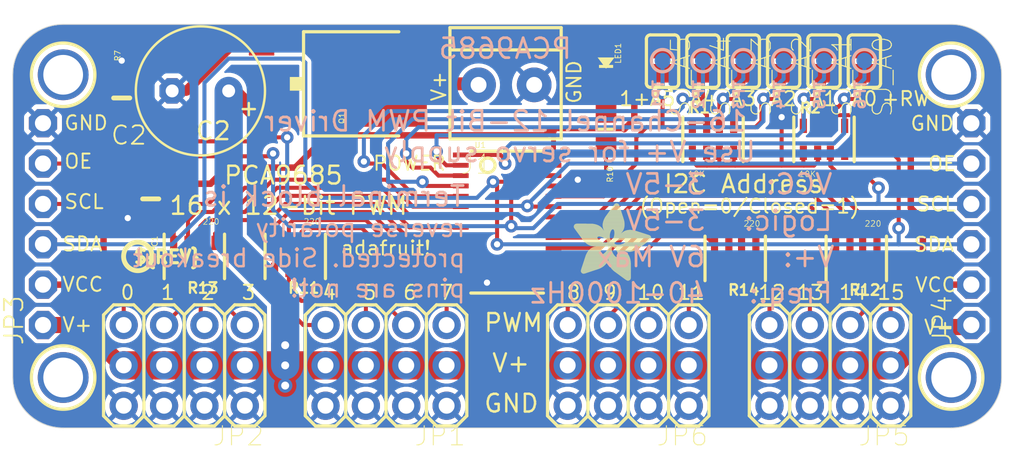
<source format=kicad_pcb>
(kicad_pcb (version 20221018) (generator pcbnew)
  (layers (0 "F.Cu" signal) (31 "B.Cu" signal) (34 "B.Paste" user) (35 "F.Paste" user) (36 "B.SilkS" user "B.Silkscreen") (37 "F.SilkS" user "F.Silkscreen") (38 "B.Mask" user) (39 "F.Mask" user) (44 "Edge.Cuts" user))
  (net 0 "")
  (net 1 "PWM0")
  (net 2 "PWM1")
  (net 3 "PWM2")
  (net 4 "PWM3")
  (net 5 "PWM4")
  (net 6 "PWM5")
  (net 7 "PWM6")
  (net 8 "PWM7")
  (net 9 "PWM8")
  (net 10 "PWM9")
  (net 11 "PWM10")
  (net 12 "PWM11")
  (net 13 "PWM12")
  (net 14 "PWM13")
  (net 15 "PWM14")
  (net 16 "PWM15")
  (net 17 "5.0V")
  (net 18 "GND")
  (net 19 "A0")
  (net 20 "A1")
  (net 21 "A2")
  (net 22 "A3")
  (net 23 "A4")
  (net 24 "A5")
  (net 25 "VCC")
  (net 26 "OE")
  (net 27 "SCL")
  (net 28 "SDA")
  (net 29 "PWRIN")
  (net 30 "N$1")
  (net 31 "N$2")
  (net 32 "N$3")
  (net 33 "N$4")
  (net 34 "N$5")
  (net 35 "N$6")
  (net 36 "N$7")
  (net 37 "N$8")
  (net 38 "N$9")
  (net 39 "N$10")
  (net 40 "N$11")
  (net 41 "N$12")
  (net 42 "N$13")
  (net 43 "N$14")
  (net 44 "N$15")
  (net 45 "N$16")
  (net 46 "N$17")
  (footprint "working:RESPACK_4X0603" (layer "F.Cu") (at 168.4401 99.5426)
    (fp_text reference "R2")
    (fp_text value "10K")
  )
  (footprint "working:RESPACK_4X0603" (layer "F.Cu") (at 162.8521 107.0356 180)
    (fp_text reference "R14")
    (fp_text value "220")
  )
  (footprint "working:1X06-CLEANBIG" (layer "F.Cu") (at 119.2911 104.8766 90)
    (fp_text reference "JP3")
    (fp_text value "")
  )
  (footprint "working:TO252" (layer "F.Cu") (at 137.8461 96.0486 -90)
    (fp_text reference "Q1")
    (fp_text value "AOD417")
  )
  (footprint "working:SOLDERJUMPER_REFLOW_NOPASTE" (layer "F.Cu") (at 163.3601 94.6216 -90)
    (fp_text reference "SJ_A3")
    (fp_text value "")
  )
  (footprint "working:ADAFRUIT_5MM" (layer "F.Cu") (at 152.6921 108.4326)
    (fp_text reference "U$51" hide)
    (fp_text value "" hide)
  )
  (footprint "working:MOUNTINGHOLE_2.5_PLATED" (layer "F.Cu") (at 120.5611 95.4786)
    (fp_text reference "U$47" hide)
    (fp_text value "MOUNTINGHOLE2.5" hide)
  )
  (footprint "working:FIDUCIAL_1MM" (layer "F.Cu") (at 128.4341 93.8546)
    (fp_text reference "FID2" hide)
    (fp_text value "FIDUCIAL\"\"" hide)
  )
  (footprint "working:PCBFEAT-REV-040" (layer "F.Cu") (at 125.2601 106.9086)
    (fp_text reference "U$54" hide)
    (fp_text value "" hide)
  )
  (footprint "working:RESPACK_4X0603" (layer "F.Cu") (at 128.8161 106.9086 180)
    (fp_text reference "R13")
    (fp_text value "220")
  )
  (footprint "working:SOLDERJUMPER_REFLOW_NOPASTE" (layer "F.Cu") (at 160.8201 94.6216 -90)
    (fp_text reference "SJ_A4")
    (fp_text value "")
  )
  (footprint "working:SOLDERJUMPER_REFLOW_NOPASTE" (layer "F.Cu") (at 158.2801 94.6216 -90)
    (fp_text reference "SJ_A5")
    (fp_text value "")
  )
  (footprint "working:3X04" (layer "F.Cu") (at 168.8211 113.7666 180)
    (fp_text reference "JP5")
    (fp_text value "")
  )
  (footprint "working:0805-NO" (layer "F.Cu") (at 126.0696 103.2891 -90)
    (fp_text reference "C1")
    (fp_text value "10uF")
  )
  (footprint "working:1X06-CLEANBIG" (layer "F.Cu") (at 177.7111 104.8766 90)
    (fp_text reference "JP4")
    (fp_text value "")
  )
  (footprint "working:RESPACK_4X0603" (layer "F.Cu") (at 135.1661 106.9086 180)
    (fp_text reference "R11")
    (fp_text value "220")
  )
  (footprint "working:RESPACK_4X0603" (layer "F.Cu") (at 161.4551 99.5426)
    (fp_text reference "R1")
    (fp_text value "10K")
  )
  (footprint "working:SOLDERJUMPER_REFLOW_NOPASTE" (layer "F.Cu") (at 168.4401 94.6216 -90)
    (fp_text reference "SJ_A1")
    (fp_text value "")
  )
  (footprint "working:3X04" (layer "F.Cu") (at 128.1811 113.7666 180)
    (fp_text reference "JP2")
    (fp_text value "")
  )
  (footprint "working:3X04" (layer "F.Cu") (at 140.8811 113.7666 180)
    (fp_text reference "JP1")
    (fp_text value "")
  )
  (footprint "working:MOUNTINGHOLE_2.5_PLATED" (layer "F.Cu") (at 120.5611 114.5286)
    (fp_text reference "U$48" hide)
    (fp_text value "MOUNTINGHOLE2.5" hide)
  )
  (footprint "working:3X04" (layer "F.Cu") (at 156.1211 113.7666 180)
    (fp_text reference "JP6")
    (fp_text value "")
  )
  (footprint "working:E3,5-8" (layer "F.Cu") (at 129.1971 96.4946 180)
    (fp_text reference "C2")
    (fp_text value "")
  )
  (footprint "working:SOLDERJUMPER_REFLOW_NOPASTE" (layer "F.Cu") (at 170.9801 94.6216 -90)
    (fp_text reference "SJ_A0")
    (fp_text value "")
  )
  (footprint "working:MOUNTINGHOLE_2.5_PLATED" (layer "F.Cu") (at 176.4411 95.4786)
    (fp_text reference "U$49" hide)
    (fp_text value "MOUNTINGHOLE2.5" hide)
  )
  (footprint "working:_0805MP" (layer "F.Cu") (at 154.7241 98.9076 -90)
    (fp_text reference "R10")
    (fp_text value "470")
  )
  (footprint "working:TERMBLOCK_1X2-3.5MM" (layer "F.Cu") (at 148.5011 96.1136 180)
    (fp_text reference "J1")
    (fp_text value "" hide)
  )
  (footprint "working:0805-NO" (layer "F.Cu") (at 124.2441 96.9391 90)
    (fp_text reference "R7")
    (fp_text value "10K")
  )
  (footprint "working:TSSOP28" (layer "F.Cu") (at 148.5011 104.7496 -90)
    (fp_text reference "U1")
    (fp_text value "PCA9685")
  )
  (footprint "working:RESPACK_4X0603" (layer "F.Cu") (at 170.4721 107.0356 180)
    (fp_text reference "R12")
    (fp_text value "220")
  )
  (footprint "working:MOUNTINGHOLE_2.5_PLATED" (layer "F.Cu") (at 176.4411 114.5286)
    (fp_text reference "U$50" hide)
    (fp_text value "MOUNTINGHOLE2.5" hide)
  )
  (footprint "working:SOLDERJUMPER_REFLOW_NOPASTE" (layer "F.Cu") (at 165.9001 94.6216 -90)
    (fp_text reference "SJ_A2")
    (fp_text value "")
  )
  (footprint "working:CHIPLED_0805_NOOUTLINE" (layer "F.Cu") (at 154.7241 94.7166 180)
    (fp_text reference "LED1")
    (fp_text value "GREEN")
  )
  (footprint "working:FIDUCIAL_1MM" (layer "F.Cu") (at 162.4561 116.3386)
    (fp_text reference "FID1" hide)
    (fp_text value "FIDUCIAL\"\"" hide)
  )
  (footprint "working:TESTPOINT_ROUND_1MM" (layer "B.Cu") (at 160.8201 94.5896 -90)
    (fp_text reference "TP2")
    (fp_text value "")
  )
  (footprint "working:TESTPOINT_ROUND_1MM" (layer "B.Cu") (at 165.9001 94.5896 -90)
    (fp_text reference "TP4")
    (fp_text value "")
  )
  (footprint "working:TESTPOINT_ROUND_1MM" (layer "B.Cu") (at 168.4401 94.5896 -90)
    (fp_text reference "TP5")
    (fp_text value "")
  )
  (footprint "working:TESTPOINT_ROUND_1MM" (layer "B.Cu") (at 170.9801 94.5896 -90)
    (fp_text reference "TP6")
    (fp_text value "")
  )
  (footprint "working:TESTPOINT_ROUND_1MM" (layer "B.Cu") (at 163.3601 94.5896 -90)
    (fp_text reference "TP3")
    (fp_text value "")
  )
  (footprint "working:TESTPOINT_ROUND_1MM" (layer "B.Cu") (at 158.2801 94.5896 -90)
    (fp_text reference "TP1")
    (fp_text value "")
  )
  (gr_line (start 179.6161 95.4786) (end 179.6161 114.5286) (stroke (width 0.05)) (layer "Edge.Cuts"))
  (gr_arc (start 117.3861 95.4786) (mid 118.316036 93.233536) (end 120.5611 92.3036) (stroke (width 0.05)) (layer "Edge.Cuts"))
  (gr_arc (start 176.4411 92.3036) (mid 178.686164 93.233536) (end 179.6161 95.4786) (stroke (width 0.05)) (layer "Edge.Cuts"))
  (gr_line (start 117.3861 114.5286) (end 117.3861 95.4786) (stroke (width 0.05)) (layer "Edge.Cuts"))
  (gr_line (start 120.5611 92.3036) (end 176.4411 92.3036) (stroke (width 0.05)) (layer "Edge.Cuts"))
  (gr_arc (start 179.6161 114.5286) (mid 178.686164 116.773664) (end 176.4411 117.7036) (stroke (width 0.05)) (layer "Edge.Cuts"))
  (gr_line (start 176.4411 117.7036) (end 120.5611 117.7036) (stroke (width 0.05)) (layer "Edge.Cuts"))
  (gr_arc (start 120.5611 117.7036) (mid 118.316036 116.773664) (end 117.3861 114.5286) (stroke (width 0.05)) (layer "Edge.Cuts"))
  (gr_text "VCC:" (at 169.0751 103.0986) (layer "B.SilkS") (effects (font (size 1.251712 1.251712) (thickness 0.170688)) (justify left bottom mirror)))
  (gr_text "Terminal block is" (at 145.9611 103.8606) (layer "B.SilkS") (effects (font (size 1.251712 1.251712) (thickness 0.170688)) (justify left bottom mirror)))
  (gr_text "3-5V" (at 161.0741 103.0986) (layer "B.SilkS") (effects (font (size 1.251712 1.251712) (thickness 0.170688)) (justify left bottom mirror)))
  (gr_text "40-1000Hz" (at 161.0741 109.9566) (layer "B.SilkS") (effects (font (size 1.251712 1.251712) (thickness 0.170688)) (justify left bottom mirror)))
  (gr_text "reverse polarity" (at 145.9611 105.7656) (layer "B.SilkS") (effects (font (size 1.1176 1.1176) (thickness 0.1524)) (justify left bottom mirror)))
  (gr_text "V+:" (at 169.2021 107.6706) (layer "B.SilkS") (effects (font (size 1.251712 1.251712) (thickness 0.170688)) (justify left bottom mirror)))
  (gr_text "protected. Side breakout" (at 145.9611 107.6706) (layer "B.SilkS") (effects (font (size 1.1176 1.1176) (thickness 0.1524)) (justify left bottom mirror)))
  (gr_text "pins are not!" (at 145.9611 109.5756) (layer "B.SilkS") (effects (font (size 1.1176 1.1176) (thickness 0.1524)) (justify left bottom mirror)))
  (gr_text "6V Max" (at 161.0741 107.6706) (layer "B.SilkS") (effects (font (size 1.251712 1.251712) (thickness 0.170688)) (justify left bottom mirror)))
  (gr_text "3-5V" (at 161.0741 105.3846) (layer "B.SilkS") (effects (font (size 1.251712 1.251712) (thickness 0.170688)) (justify left bottom mirror)))
  (gr_text "Freq.:" (at 169.0751 109.9566) (layer "B.SilkS") (effects (font (size 1.251712 1.251712) (thickness 0.170688)) (justify left bottom mirror)))
  (gr_text "PCA9685" (at 148.3741 93.8276) (layer "B.SilkS") (effects (font (size 1.251712 1.251712) (thickness 0.170688)) (justify mirror)))
  (gr_text "Use V+ for servo supply" (at 164.2491 101.0666) (layer "B.SilkS") (effects (font (size 1.251712 1.251712) (thickness 0.170688)) (justify left bottom mirror)))
  (gr_text "Logic:" (at 169.0751 105.3846) (layer "B.SilkS") (effects (font (size 1.251712 1.251712) (thickness 0.170688)) (justify left bottom mirror)))
  (gr_text "16-Channel 12-Bit PWM Driver" (at 148.3741 98.3996) (layer "B.SilkS") (effects (font (size 1.251712 1.251712) (thickness 0.170688)) (justify mirror)))
  (gr_text "VCC" (at 176.8221 108.1786) (layer "F.SilkS") (effects (font (size 0.89408 0.89408) (thickness 0.12192)) (justify right top)))
  (gr_text "V+" (at 147.4691 114.2746) (layer "F.SilkS") (effects (font (size 1.1176 1.1176) (thickness 0.1524)) (justify left bottom)))
  (gr_text "A5" (at 157.3911 97.5106) (layer "F.SilkS") (effects (font (size 0.89408 0.89408) (thickness 0.12192)) (justify left bottom)))
  (gr_text "OE" (at 120.5611 101.4476) (layer "F.SilkS") (effects (font (size 0.89408 0.89408) (thickness 0.12192)) (justify left bottom)))
  (gr_text "1" (at 126.6411 109.7026) (layer "F.SilkS") (effects (font (size 0.89408 0.89408) (thickness 0.12192)) (justify left bottom)))
  (gr_text "SDA" (at 176.6951 105.6386) (layer "F.SilkS") (effects (font (size 0.89408 0.89408) (thickness 0.12192)) (justify right top)))
  (gr_text "C2" (at 128.8161 99.6696) (layer "F.SilkS") (effects (font (size 1.1176 1.1176) (thickness 0.1524)) (justify left bottom)))
  (gr_text "2" (at 129.1811 109.7026) (layer "F.SilkS") (effects (font (size 0.89408 0.89408) (thickness 0.12192)) (justify left bottom)))
  (gr_text "4" (at 136.8011 109.7026) (layer "F.SilkS") (effects (font (size 0.89408 0.89408) (thickness 0.12192)) (justify left bottom)))
  (gr_text "adafruit!" (at 137.9601 106.9086) (layer "F.SilkS") (effects (font (size 0.89408 0.89408) (thickness 0.12192)) (justify left bottom)))
  (gr_text "SCL" (at 120.5611 103.9876) (layer "F.SilkS") (effects (font (size 0.89408 0.89408) (thickness 0.12192)) (justify left bottom)))
  (gr_text "A0" (at 170.0911 97.5106) (layer "F.SilkS") (effects (font (size 0.89408 0.89408) (thickness 0.12192)) (justify left bottom)))
  (gr_text "11" (at 159.1531 109.7026) (layer "F.SilkS") (effects (font (size 0.89408 0.89408) (thickness 0.12192)) (justify left bottom)))
  (gr_text "GND" (at 120.5611 99.0346) (layer "F.SilkS") (effects (font (size 0.89408 0.89408) (thickness 0.12192)) (justify left bottom)))
  (gr_text "1+" (at 155.4861 97.5106) (layer "F.SilkS") (effects (font (size 0.89408 0.89408) (thickness 0.12192)) (justify left bottom)))
  (gr_text "6" (at 141.8811 109.7026) (layer "F.SilkS") (effects (font (size 0.89408 0.89408) (thickness 0.12192)) (justify left bottom)))
  (gr_text "I2C Address" (at 158.2801 103.0036) (layer "F.SilkS") (effects (font (size 1.1176 1.1176) (thickness 0.1524)) (justify left bottom)))
  (gr_text "A2" (at 165.0111 97.5106) (layer "F.SilkS") (effects (font (size 0.89408 0.89408) (thickness 0.12192)) (justify left bottom)))
  (gr_text "V+" (at 176.6951 110.8456) (layer "F.SilkS") (effects (font (size 0.89408 0.89408) (thickness 0.12192)) (justify right top)))
  (gr_text "0" (at 124.1011 109.7026) (layer "F.SilkS") (effects (font (size 0.89408 0.89408) (thickness 0.12192)) (justify left bottom)))
  (gr_text "3" (at 131.7211 109.7026) (layer "F.SilkS") (effects (font (size 0.89408 0.89408) (thickness 0.12192)) (justify left bottom)))
  (gr_text "V+" (at 144.7251 97.2166 90) (layer "F.SilkS") (effects (font (size 0.89408 0.89408) (thickness 0.12192)) (justify left bottom)))
  (gr_text "POWER" (at 139.9921 101.5746) (layer "F.SilkS") (effects (font (size 0.89408 0.89408) (thickness 0.12192)) (justify left bottom)))
  (gr_text "V+" (at 120.4341 111.7346) (layer "F.SilkS") (effects (font (size 0.89408 0.89408) (thickness 0.12192)) (justify left bottom)))
  (gr_text "9" (at 154.4541 109.7026) (layer "F.SilkS") (effects (font (size 0.89408 0.89408) (thickness 0.12192)) (justify left bottom)))
  (gr_text "5" (at 139.3411 109.7026) (layer "F.SilkS") (effects (font (size 0.89408 0.89408) (thickness 0.12192)) (justify left bottom)))
  (gr_text "OE" (at 176.8221 100.5586) (layer "F.SilkS") (effects (font (size 0.89408 0.89408) (thickness 0.12192)) (justify right top)))
  (gr_text "8" (at 152.1681 109.7026) (layer "F.SilkS") (effects (font (size 0.89408 0.89408) (thickness 0.12192)) (justify left bottom)))
  (gr_text "(Open=0/Closed=1)" (at 156.7561 104.2736) (layer "F.SilkS") (effects (font (size 0.89408 0.89408) (thickness 0.12192)) (justify left bottom)))
  (gr_text "+RW" (at 171.9961 97.5106) (layer "F.SilkS") (effects (font (size 0.89408 0.89408) (thickness 0.12192)) (justify left bottom)))
  (gr_text "SCL" (at 176.8221 103.0986) (layer "F.SilkS") (effects (font (size 0.89408 0.89408) (thickness 0.12192)) (justify right top)))
  (gr_text "13" (at 166.6461 109.7026) (layer "F.SilkS") (effects (font (size 0.89408 0.89408) (thickness 0.12192)) (justify left bottom)))
  (gr_text "16 x 12-bit PWM" (at 127.1651 104.3686) (layer "F.SilkS") (effects (font (size 1.1176 1.1176) (thickness 0.1524)) (justify left bottom)))
  (gr_text "A1" (at 167.5511 97.5106) (layer "F.SilkS") (effects (font (size 0.89408 0.89408) (thickness 0.12192)) (justify left bottom)))
  (gr_text "14" (at 169.3131 109.7026) (layer "F.SilkS") (effects (font (size 0.89408 0.89408) (thickness 0.12192)) (justify left bottom)))
  (gr_text "GND" (at 153.2341 97.3756 90) (layer "F.SilkS") (effects (font (size 0.89408 0.89408) (thickness 0.12192)) (justify left bottom)))
  (gr_text "15" (at 171.7261 109.7026) (layer "F.SilkS") (effects (font (size 0.89408 0.89408) (thickness 0.12192)) (justify left bottom)))
  (gr_text "GND" (at 146.9611 116.8146) (layer "F.SilkS") (effects (font (size 1.1176 1.1176) (thickness 0.1524)) (justify left bottom)))
  (gr_text "10" (at 156.6131 109.7026) (layer "F.SilkS") (effects (font (size 0.89408 0.89408) (thickness 0.12192)) (justify left bottom)))
  (gr_text "12" (at 164.2331 109.7026) (layer "F.SilkS") (effects (font (size 0.89408 0.89408) (thickness 0.12192)) (justify left bottom)))
  (gr_text "A3" (at 162.4711 97.5106) (layer "F.SilkS") (effects (font (size 0.89408 0.89408) (thickness 0.12192)) (justify left bottom)))
  (gr_text "7" (at 144.1671 109.7026) (layer "F.SilkS") (effects (font (size 0.89408 0.89408) (thickness 0.12192)) (justify left bottom)))
  (gr_text "PWM" (at 146.9611 111.7346) (layer "F.SilkS") (effects (font (size 1.1176 1.1176) (thickness 0.1524)) (justify left bottom)))
  (gr_text "VCC" (at 120.4341 109.1946) (layer "F.SilkS") (effects (font (size 0.89408 0.89408) (thickness 0.12192)) (justify left bottom)))
  (gr_text "PCA9685" (at 130.5941 102.4636) (layer "F.SilkS") (effects (font (size 1.1176 1.1176) (thickness 0.1524)) (justify left bottom)))
  (gr_text "SDA" (at 120.4341 106.6546) (layer "F.SilkS") (effects (font (size 0.89408 0.89408) (thickness 0.12192)) (justify left bottom)))
  (gr_text "GND" (at 176.6951 98.0186) (layer "F.SilkS") (effects (font (size 0.89408 0.89408) (thickness 0.12192)) (justify right top)))
  (gr_text "A4" (at 159.9311 97.5106) (layer "F.SilkS") (effects (font (size 0.89408 0.89408) (thickness 0.12192)) (justify left bottom)))
  (segment (start 140.8811 102.0826) (end 142.5731 103.7746) (width 0.254) (layer "F.Cu") (net 1))
  (segment (start 131.4831 103.0986) (end 131.9911 102.5906) (width 0.254) (layer "F.Cu") (net 1))
  (segment (start 133.2611 102.5906) (end 133.7691 102.0826) (width 0.254) (layer "F.Cu") (net 1))
  (segment (start 131.4831 103.0986) (end 130.2131 103.0986) (width 0.254) (layer "F.Cu") (net 1))
  (segment (start 130.2131 103.0986) (end 129.7051 103.6066) (width 0.254) (layer "F.Cu") (net 1))
  (segment (start 131.9911 102.5906) (end 133.2611 102.5906) (width 0.254) (layer "F.Cu") (net 1))
  (segment (start 129.7051 103.6066) (end 128.4351 103.6066) (width 0.254) (layer "F.Cu") (net 1))
  (segment (start 128.4351 103.6066) (end 127.5161 104.5256) (width 0.254) (layer "F.Cu") (net 1))
  (segment (start 127.5161 104.5256) (end 127.5161 106.0586) (width 0.254) (layer "F.Cu") (net 1))
  (segment (start 133.7691 102.0826) (end 140.8811 102.0826) (width 0.254) (layer "F.Cu") (net 1))
  (segment (start 142.5731 103.7746) (end 145.5833 103.7746) (width 0.254) (layer "F.Cu") (net 1))
  (segment (start 128.4161 104.6416) (end 128.4161 106.0586) (width 0.254) (layer "F.Cu") (net 2))
  (segment (start 140.6271 102.5906) (end 142.4611 104.4246) (width 0.254) (layer "F.Cu") (net 2))
  (segment (start 130.4671 103.6066) (end 129.9591 104.1146) (width 0.254) (layer "F.Cu") (net 2))
  (segment (start 128.9431 104.1146) (end 128.4161 104.6416) (width 0.254) (layer "F.Cu") (net 2))
  (segment (start 133.5151 103.0986) (end 134.0231 102.5906) (width 0.254) (layer "F.Cu") (net 2))
  (segment (start 133.5151 103.0986) (end 132.2451 103.0986) (width 0.254) (layer "F.Cu") (net 2))
  (segment (start 142.4611 104.4246) (end 145.5833 104.4246) (width 0.254) (layer "F.Cu") (net 2))
  (segment (start 132.2451 103.0986) (end 131.7371 103.6066) (width 0.254) (layer "F.Cu") (net 2))
  (segment (start 134.0231 102.5906) (end 140.6271 102.5906) (width 0.254) (layer "F.Cu") (net 2))
  (segment (start 129.9591 104.1146) (end 128.9431 104.1146) (width 0.254) (layer "F.Cu") (net 2))
  (segment (start 131.7371 103.6066) (end 130.4671 103.6066) (width 0.254) (layer "F.Cu") (net 2))
  (segment (start 132.4991 103.6066) (end 131.9911 104.1146) (width 0.254) (layer "F.Cu") (net 3))
  (segment (start 140.3731 103.0986) (end 142.3491 105.0746) (width 0.254) (layer "F.Cu") (net 3))
  (segment (start 129.2161 105.0226) (end 129.2161 106.0586) (width 0.254) (layer "F.Cu") (net 3))
  (segment (start 129.5781 104.6226) (end 129.1971 105.0036) (width 0.254) (layer "F.Cu") (net 3))
  (segment (start 133.7691 103.6066) (end 132.4991 103.6066) (width 0.254) (layer "F.Cu") (net 3))
  (segment (start 134.2771 103.0986) (end 140.3731 103.0986) (width 0.254) (layer "F.Cu") (net 3))
  (segment (start 130.2131 104.6226) (end 129.5781 104.6226) (width 0.254) (layer "F.Cu") (net 3))
  (segment (start 133.7691 103.6066) (end 134.2771 103.0986) (width 0.254) (layer "F.Cu") (net 3))
  (segment (start 129.1971 105.0036) (end 129.2161 105.0226) (width 0.254) (layer "F.Cu") (net 3))
  (segment (start 142.3491 105.0746) (end 145.5833 105.0746) (width 0.254) (layer "F.Cu") (net 3))
  (segment (start 130.7211 104.1146) (end 130.2131 104.6226) (width 0.254) (layer "F.Cu") (net 3))
  (segment (start 131.9911 104.1146) (end 130.7211 104.1146) (width 0.254) (layer "F.Cu") (net 3))
  (segment (start 132.7531 104.1146) (end 132.2451 104.6226) (width 0.254) (layer "F.Cu") (net 4))
  (segment (start 130.9751 104.6226) (end 130.1161 105.4816) (width 0.254) (layer "F.Cu") (net 4))
  (segment (start 134.5311 103.6066) (end 140.1191 103.6066) (width 0.254) (layer "F.Cu") (net 4))
  (segment (start 134.0231 104.1146) (end 132.7531 104.1146) (width 0.254) (layer "F.Cu") (net 4))
  (segment (start 134.0231 104.1146) (end 134.5311 103.6066) (width 0.254) (layer "F.Cu") (net 4))
  (segment (start 140.1191 103.6066) (end 142.2371 105.7246) (width 0.254) (layer "F.Cu") (net 4))
  (segment (start 142.2371 105.7246) (end 145.5833 105.7246) (width 0.254) (layer "F.Cu") (net 4))
  (segment (start 130.1161 105.4816) (end 130.1161 106.0586) (width 0.254) (layer "F.Cu") (net 4))
  (segment (start 132.2451 104.6226) (end 130.9751 104.6226) (width 0.254) (layer "F.Cu") (net 4))
  (segment (start 133.8661 105.0336) (end 134.7851 104.1146) (width 0.254) (layer "F.Cu") (net 5))
  (segment (start 142.1251 106.3746) (end 145.5833 106.3746) (width 0.254) (layer "F.Cu") (net 5))
  (segment (start 139.8651 104.1146) (end 142.1251 106.3746) (width 0.254) (layer "F.Cu") (net 5))
  (segment (start 134.7851 104.1146) (end 139.8651 104.1146) (width 0.254) (layer "F.Cu") (net 5))
  (segment (start 133.8661 106.0586) (end 133.8661 105.0336) (width 0.254) (layer "F.Cu") (net 5))
  (segment (start 134.7661 104.8956) (end 135.0391 104.6226) (width 0.254) (layer "F.Cu") (net 6))
  (segment (start 135.0391 104.6226) (end 139.6111 104.6226) (width 0.254) (layer "F.Cu") (net 6))
  (segment (start 134.7661 106.0586) (end 134.7661 104.8956) (width 0.254) (layer "F.Cu") (net 6))
  (segment (start 142.0131 107.0246) (end 145.5833 107.0246) (width 0.254) (layer "F.Cu") (net 6))
  (segment (start 139.6111 104.6226) (end 142.0131 107.0246) (width 0.254) (layer "F.Cu") (net 6))
  (segment (start 135.5661 105.3656) (end 135.8011 105.1306) (width 0.254) (layer "F.Cu") (net 7))
  (segment (start 135.8011 105.1306) (end 139.3571 105.1306) (width 0.254) (layer "F.Cu") (net 7))
  (segment (start 135.5661 106.0586) (end 135.5661 105.3656) (width 0.254) (layer "F.Cu") (net 7))
  (segment (start 139.3571 105.1306) (end 141.9011 107.6746) (width 0.254) (layer "F.Cu") (net 7))
  (segment (start 141.9011 107.6746) (end 145.5833 107.6746) (width 0.254) (layer "F.Cu") (net 7))
  (segment (start 136.4661 106.1166) (end 136.9441 105.6386) (width 0.254) (layer "F.Cu") (net 8))
  (segment (start 136.4661 106.0586) (end 136.4661 106.1166) (width 0.254) (layer "F.Cu") (net 8))
  (segment (start 141.6621 108.3246) (end 145.5833 108.3246) (width 0.254) (layer "F.Cu") (net 8))
  (segment (start 138.9761 105.6386) (end 141.6621 108.3246) (width 0.254) (layer "F.Cu") (net 8))
  (segment (start 136.9441 105.6386) (end 138.9761 105.6386) (width 0.254) (layer "F.Cu") (net 8))
  (segment (start 158.1531 105.6386) (end 161.0051 105.6386) (width 0.254) (layer "F.Cu") (net 9))
  (segment (start 154.8171 108.9746) (end 158.1531 105.6386) (width 0.254) (layer "F.Cu") (net 9))
  (segment (start 151.4189 108.9746) (end 154.8171 108.9746) (width 0.254) (layer "F.Cu") (net 9))
  (segment (start 161.0051 105.6386) (end 161.5521 106.1856) (width 0.254) (layer "F.Cu") (net 9))
  (segment (start 162.4711 105.5116) (end 162.4711 106.1666) (width 0.254) (layer "F.Cu") (net 10))
  (segment (start 157.8991 105.1306) (end 162.0901 105.1306) (width 0.254) (layer "F.Cu") (net 10))
  (segment (start 151.4189 108.3246) (end 154.7051 108.3246) (width 0.254) (layer "F.Cu") (net 10))
  (segment (start 162.0901 105.1306) (end 162.4711 105.5116) (width 0.254) (layer "F.Cu") (net 10))
  (segment (start 154.7051 108.3246) (end 157.8991 105.1306) (width 0.254) (layer "F.Cu") (net 10))
  (segment (start 162.4711 106.1666) (end 162.4521 106.1856) (width 0.254) (layer "F.Cu") (net 10))
  (segment (start 151.4189 107.6746) (end 154.5931 107.6746) (width 0.254) (layer "F.Cu") (net 11))
  (segment (start 157.6451 104.6226) (end 162.4711 104.6226) (width 0.254) (layer "F.Cu") (net 11))
  (segment (start 163.2331 106.1666) (end 163.2521 106.1856) (width 0.254) (layer "F.Cu") (net 11))
  (segment (start 163.2331 105.3846) (end 163.2331 106.1666) (width 0.254) (layer "F.Cu") (net 11))
  (segment (start 154.5931 107.6746) (end 157.6451 104.6226) (width 0.254) (layer "F.Cu") (net 11))
  (segment (start 162.4711 104.6226) (end 163.2331 105.3846) (width 0.254) (layer "F.Cu") (net 11))
  (segment (start 157.3911 104.1146) (end 162.7251 104.1146) (width 0.254) (layer "F.Cu") (net 12))
  (segment (start 154.4811 107.0246) (end 157.3911 104.1146) (width 0.254) (layer "F.Cu") (net 12))
  (segment (start 164.1221 105.5116) (end 164.1221 106.1556) (width 0.254) (layer "F.Cu") (net 12))
  (segment (start 151.4189 107.0246) (end 154.4811 107.0246) (width 0.254) (layer "F.Cu") (net 12))
  (segment (start 164.1221 106.1556) (end 164.1521 106.1856) (width 0.254) (layer "F.Cu") (net 12))
  (segment (start 162.7251 104.1146) (end 164.1221 105.5116) (width 0.254) (layer "F.Cu") (net 12))
  (segment (start 154.3691 106.3746) (end 157.1371 103.6066) (width 0.254) (layer "F.Cu") (net 13))
  (segment (start 169.2021 105.3846) (end 169.2021 106.1556) (width 0.254) (layer "F.Cu") (net 13))
  (segment (start 157.1371 103.6066) (end 167.4241 103.6066) (width 0.254) (layer "F.Cu") (net 13))
  (segment (start 167.4241 103.6066) (end 169.2021 105.3846) (width 0.254) (layer "F.Cu") (net 13))
  (segment (start 151.4189 106.3746) (end 154.3691 106.3746) (width 0.254) (layer "F.Cu") (net 13))
  (segment (start 169.2021 106.1556) (end 169.1721 106.1856) (width 0.254) (layer "F.Cu") (net 13))
  (segment (start 170.0911 105.3846) (end 170.0911 106.1666) (width 0.254) (layer "F.Cu") (net 14))
  (segment (start 170.0911 106.1666) (end 170.0721 106.1856) (width 0.254) (layer "F.Cu") (net 14))
  (segment (start 151.4189 105.7246) (end 154.2571 105.7246) (width 0.254) (layer "F.Cu") (net 14))
  (segment (start 167.8051 103.0986) (end 170.0911 105.3846) (width 0.254) (layer "F.Cu") (net 14))
  (segment (start 154.2571 105.7246) (end 156.8831 103.0986) (width 0.254) (layer "F.Cu") (net 14))
  (segment (start 156.8831 103.0986) (end 167.8051 103.0986) (width 0.254) (layer "F.Cu") (net 14))
  (segment (start 154.1451 105.0746) (end 156.6291 102.5906) (width 0.254) (layer "F.Cu") (net 15))
  (segment (start 151.4189 105.0746) (end 154.1451 105.0746) (width 0.254) (layer "F.Cu") (net 15))
  (segment (start 170.8531 105.2576) (end 170.8531 106.1666) (width 0.254) (layer "F.Cu") (net 15))
  (segment (start 156.6291 102.5906) (end 168.1861 102.5906) (width 0.254) (layer "F.Cu") (net 15))
  (segment (start 170.8531 106.1666) (end 170.8721 106.1856) (width 0.254) (layer "F.Cu") (net 15))
  (segment (start 168.1861 102.5906) (end 170.8531 105.2576) (width 0.254) (layer "F.Cu") (net 15))
  (segment (start 151.4189 104.4246) (end 154.0331 104.4246) (width 0.254) (layer "F.Cu") (net 16))
  (segment (start 156.3751 102.0826) (end 168.5671 102.0826) (width 0.254) (layer "F.Cu") (net 16))
  (segment (start 154.0331 104.4246) (end 156.3751 102.0826) (width 0.254) (layer "F.Cu") (net 16))
  (segment (start 168.5671 102.0826) (end 171.7421 105.2576) (width 0.254) (layer "F.Cu") (net 16))
  (segment (start 171.7421 106.1556) (end 171.7721 106.1856) (width 0.254) (layer "F.Cu") (net 16))
  (segment (start 171.7421 105.2576) (end 171.7421 106.1556) (width 0.254) (layer "F.Cu") (net 16))
  (segment (start 154.8511 113.7666) (end 157.3911 113.7666) (width 1.778) (layer "F.Cu") (net 17))
  (segment (start 172.6311 113.7666) (end 173.0121 113.7666) (width 0.254) (layer "F.Cu") (net 17))
  (segment (start 165.0111 113.7666) (end 167.5511 113.7666) (width 1.778) (layer "F.Cu") (net 17))
  (segment (start 139.6111 113.7666) (end 137.0711 113.7666) (width 1.778) (layer "F.Cu") (net 17))
  (segment (start 129.4511 113.7666) (end 126.9111 113.7666) (width 1.778) (layer "F.Cu") (net 17))
  (segment (start 133.0461 98.3286) (end 131.2121 96.4946) (width 1.016) (layer "F.Cu") (net 17))
  (segment (start 177.5841 111.3536) (end 177.7111 111.2266) (width 1.016) (layer "F.Cu") (net 17))
  (segment (start 131.9911 113.7666) (end 129.4511 113.7666) (width 1.778) (layer "F.Cu") (net 17))
  (segment (start 173.0121 113.7666) (end 175.4251 111.3536) (width 1.016) (layer "F.Cu") (net 17))
  (segment (start 134.5311 113.7666) (end 134.5311 112.4966) (width 1.778) (layer "F.Cu") (net 17))
  (segment (start 159.9311 113.7666) (end 165.0111 113.7666) (width 1.778) (layer "F.Cu") (net 17))
  (segment (start 124.3711 113.7666) (end 124.2441 113.7666) (width 0.254) (layer "F.Cu") (net 17))
  (segment (start 144.6911 113.7666) (end 142.1511 113.7666) (width 1.778) (layer "F.Cu") (net 17))
  (segment (start 134.5311 113.7666) (end 134.5311 115.0366) (width 1.778) (layer "F.Cu") (net 17))
  (segment (start 131.2121 96.4946) (end 130.9751 96.4946) (width 1.016) (layer "F.Cu") (net 17))
  (segment (start 152.3111 113.7666) (end 154.8511 113.7666) (width 1.778) (layer "F.Cu") (net 17))
  (segment (start 142.1511 113.7666) (end 139.6111 113.7666) (width 1.778) (layer "F.Cu") (net 17))
  (segment (start 137.0711 113.7666) (end 134.5311 113.7666) (width 1.778) (layer "F.Cu") (net 17))
  (segment (start 121.7041 111.2266) (end 119.2911 111.2266) (width 1.016) (layer "F.Cu") (net 17))
  (segment (start 134.5311 113.7666) (end 131.9911 113.7666) (width 1.778) (layer "F.Cu") (net 17))
  (segment (start 157.3911 113.7666) (end 159.9311 113.7666) (width 1.778) (layer "F.Cu") (net 17))
  (segment (start 144.6911 113.7666) (end 152.3111 113.7666) (width 1.778) (layer "F.Cu") (net 17))
  (segment (start 124.2441 113.7666) (end 121.7041 111.2266) (width 1.016) (layer "F.Cu") (net 17))
  (segment (start 126.9111 113.7666) (end 124.3711 113.7666) (width 1.778) (layer "F.Cu") (net 17))
  (segment (start 170.0911 113.7666) (end 172.6311 113.7666) (width 1.778) (layer "F.Cu") (net 17))
  (segment (start 167.5511 113.7666) (end 170.0911 113.7666) (width 1.778) (layer "F.Cu") (net 17))
  (segment (start 175.4251 111.3536) (end 177.5841 111.3536) (width 1.016) (layer "F.Cu") (net 17))
  (via (at 134.5311 112.4966) (size 0.9064) (drill 0.5) (layers "F.Cu" "B.Cu") (net 17))
  (via (at 134.5311 113.7666) (size 0.9064) (drill 0.5) (layers "F.Cu" "B.Cu") (net 17))
  (via (at 134.5311 115.0366) (size 0.9064) (drill 0.5) (layers "F.Cu" "B.Cu") (net 17))
  (segment (start 130.9751 106.0196) (end 130.9751 96.4946) (width 1.778) (layer "B.Cu") (net 17))
  (segment (start 134.5311 113.7666) (end 134.5311 109.5756) (width 1.778) (layer "B.Cu") (net 17))
  (segment (start 134.5311 109.5756) (end 130.9751 106.0196) (width 1.778) (layer "B.Cu") (net 17))
  (segment (start 154.7241 99.9236) (end 154.7241 101.5746) (width 0.254) (layer "F.Cu") (net 18))
  (segment (start 161.0551 101.1746) (end 161.0741 101.1936) (width 0.254) (layer "F.Cu") (net 18))
  (segment (start 146.8161 108.9746) (end 147.2311 108.5596) (width 0.254) (layer "F.Cu") (net 18))
  (segment (start 162.7551 100.3926) (end 162.7551 101.0966) (width 0.254) (layer "F.Cu") (net 18))
  (segment (start 165.7731 101.1936) (end 167.1701 101.1936) (width 0.254) (layer "F.Cu") (net 18))
  (segment (start 145.5833 108.9746) (end 146.8161 108.9746) (width 0.254) (layer "F.Cu") (net 18))
  (segment (start 154.7241 101.5746) (end 154.2161 102.0826) (width 0.254) (layer "F.Cu") (net 18))
  (segment (start 128.3081 96.4946) (end 127.4191 96.4946) (width 0.6096) (layer "F.Cu") (net 18))
  (segment (start 133.0461 93.7686) (end 131.0341 93.7686) (width 0.6096) (layer "F.Cu") (net 18))
  (segment (start 160.1551 100.3926) (end 160.1551 100.9096) (width 0.254) (layer "F.Cu") (net 18))
  (segment (start 154.2161 102.0826) (end 152.9461 102.0826) (width 0.254) (layer "F.Cu") (net 18))
  (segment (start 162.7551 101.0966) (end 162.8521 101.1936) (width 0.254) (layer "F.Cu") (net 18))
  (segment (start 161.0741 101.1936) (end 161.8361 101.1936) (width 0.254) (layer "F.Cu") (net 18))
  (segment (start 124.8816 104.2391) (end 124.6251 104.4956) (width 0.4064) (layer "F.Cu") (net 18))
  (segment (start 152.5541 102.4746) (end 152.9461 102.0826) (width 0.254) (layer "F.Cu") (net 18))
  (segment (start 161.8551 101.1746) (end 161.8361 101.1936) (width 0.254) (layer "F.Cu") (net 18))
  (segment (start 168.0591 100.4116) (end 168.0401 100.3926) (width 0.254) (layer "F.Cu") (net 18))
  (segment (start 167.1401 101.1636) (end 167.1701 101.1936) (width 0.254) (layer "F.Cu") (net 18))
  (segment (start 162.8521 101.1936) (end 165.7731 101.1936) (width 0.254) (layer "F.Cu") (net 18))
  (segment (start 160.4391 101.1936) (end 161.0741 101.1936) (width 0.254) (layer "F.Cu") (net 18))
  (segment (start 160.1551 100.9096) (end 160.4391 101.1936) (width 0.254) (layer "F.Cu") (net 18))
  (segment (start 151.4189 102.4746) (end 152.5541 102.4746) (width 0.254) (layer "F.Cu") (net 18))
  (segment (start 165.7731 98.1456) (end 165.7731 101.1936) (width 0.254) (layer "F.Cu") (net 18))
  (segment (start 131.0341 93.7686) (end 128.3081 96.4946) (width 0.6096) (layer "F.Cu") (net 18))
  (segment (start 124.2441 94.5896) (end 124.2441 95.9891) (width 0.254) (layer "F.Cu") (net 18))
  (segment (start 161.8361 101.1936) (end 162.8521 101.1936) (width 0.254) (layer "F.Cu") (net 18))
  (segment (start 161.0551 100.3926) (end 161.0551 101.1746) (width 0.254) (layer "F.Cu") (net 18))
  (segment (start 167.8051 101.1936) (end 168.0591 100.9396) (width 0.254) (layer "F.Cu") (net 18))
  (segment (start 126.0696 104.2391) (end 124.8816 104.2391) (width 0.4064) (layer "F.Cu") (net 18))
  (segment (start 167.1701 101.1936) (end 167.8051 101.1936) (width 0.254) (layer "F.Cu") (net 18))
  (segment (start 167.1401 100.3926) (end 167.1401 101.1636) (width 0.254) (layer "F.Cu") (net 18))
  (segment (start 161.8551 100.3926) (end 161.8551 101.1746) (width 0.254) (layer "F.Cu") (net 18))
  (segment (start 168.0591 100.9396) (end 168.0591 100.4116) (width 0.254) (layer "F.Cu") (net 18))
  (via (at 124.2441 94.5896) (size 0.8001) (drill 0.3937) (layers "F.Cu" "B.Cu") (net 18))
  (via (at 124.6251 104.4956) (size 0.8001) (drill 0.3937) (layers "F.Cu" "B.Cu") (net 18))
  (via (at 165.7731 98.1456) (size 0.8001) (drill 0.3937) (layers "F.Cu" "B.Cu") (net 18))
  (via (at 152.9461 102.0826) (size 0.8001) (drill 0.3937) (layers "F.Cu" "B.Cu") (net 18))
  (via (at 147.2311 108.5596) (size 0.8001) (drill 0.3937) (layers "F.Cu" "B.Cu") (net 18))
  (segment (start 152.9461 102.0826) (end 153.2001 102.0826) (width 0.254) (layer "B.Cu") (net 18))
  (segment (start 124.6251 104.4956) (end 124.6251 104.8766) (width 0.4064) (layer "B.Cu") (net 18))
  (segment (start 168.3131 97.5106) (end 169.3291 97.5106) (width 0.254) (layer "F.Cu") (net 19))
  (segment (start 168.0401 97.7836) (end 168.3131 97.5106) (width 0.254) (layer "F.Cu") (net 19))
  (segment (start 169.7101 97.1296) (end 169.7101 97.0026) (width 0.254) (layer "F.Cu") (net 19))
  (segment (start 168.0401 98.6926) (end 168.0401 97.7836) (width 0.254) (layer "F.Cu") (net 19))
  (segment (start 169.3291 97.5106) (end 169.7101 97.1296) (width 0.254) (layer "F.Cu") (net 19))
  (segment (start 170.9801 97.0026) (end 170.9801 95.3836) (width 0.254) (layer "F.Cu") (net 19))
  (segment (start 148.0861 100.5246) (end 148.3741 100.8126) (width 0.254) (layer "F.Cu") (net 19))
  (segment (start 169.7101 97.0026) (end 170.9801 97.0026) (width 0.254) (layer "F.Cu") (net 19))
  (segment (start 148.3741 100.8126) (end 148.3741 101.0666) (width 0.254) (layer "F.Cu") (net 19))
  (segment (start 145.5833 100.5246) (end 148.0861 100.5246) (width 0.254) (layer "F.Cu") (net 19))
  (via (at 169.7101 97.0026) (size 0.8001) (drill 0.3937) (layers "F.Cu" "B.Cu") (net 19))
  (via (at 148.3741 101.0666) (size 0.8001) (drill 0.3937) (layers "F.Cu" "B.Cu") (net 19))
  (segment (start 169.7101 99.1616) (end 169.7101 97.0026) (width 0.254) (layer "B.Cu") (net 19))
  (segment (start 148.7551 99.7966) (end 169.0751 99.7966) (width 0.254) (layer "B.Cu") (net 19))
  (segment (start 148.3741 101.0666) (end 148.3741 100.1776) (width 0.254) (layer "B.Cu") (net 19))
  (segment (start 169.0751 99.7966) (end 169.7101 99.1616) (width 0.254) (layer "B.Cu") (net 19))
  (segment (start 170.9801 95.7326) (end 169.7101 97.0026) (width 0.254) (layer "B.Cu") (net 19))
  (segment (start 148.3741 100.1776) (end 148.7551 99.7966) (width 0.254) (layer "B.Cu") (net 19))
  (segment (start 170.9801 94.5896) (end 170.9801 95.7326) (width 0.254) (layer "B.Cu") (net 19))
  (segment (start 167.1401 98.6926) (end 167.1401 97.0326) (width 0.254) (layer "F.Cu") (net 20))
  (segment (start 168.4401 97.0026) (end 168.4401 95.3836) (width 0.254) (layer "F.Cu") (net 20))
  (segment (start 145.5833 101.1746) (end 144.6721 101.1746) (width 0.254) (layer "F.Cu") (net 20))
  (segment (start 167.1701 97.0026) (end 168.4401 97.0026) (width 0.254) (layer "F.Cu") (net 20))
  (segment (start 144.0561 100.5586) (end 144.0561 100.3046) (width 0.254) (layer "F.Cu") (net 20))
  (segment (start 144.6721 101.1746) (end 144.0561 100.5586) (width 0.254) (layer "F.Cu") (net 20))
  (segment (start 167.1401 97.0326) (end 167.1701 97.0026) (width 0.254) (layer "F.Cu") (net 20))
  (via (at 167.1701 97.0026) (size 0.8001) (drill 0.3937) (layers "F.Cu" "B.Cu") (net 20))
  (via (at 144.0561 100.3046) (size 0.8001) (drill 0.3937) (layers "F.Cu" "B.Cu") (net 20))
  (segment (start 144.0561 99.2886) (end 166.7891 99.2886) (width 0.254) (layer "B.Cu") (net 20))
  (segment (start 168.4401 94.5896) (end 168.4401 95.7326) (width 0.254) (layer "B.Cu") (net 20))
  (segment (start 166.7891 99.2886) (end 167.1701 98.9076) (width 0.254) (layer "B.Cu") (net 20))
  (segment (start 144.0561 100.3046) (end 144.0561 99.2886) (width 0.254) (layer "B.Cu") (net 20))
  (segment (start 168.4401 95.7326) (end 167.1701 97.0026) (width 0.254) (layer "B.Cu") (net 20))
  (segment (start 167.1701 98.9076) (end 167.1701 97.0026) (width 0.254) (layer "B.Cu") (net 20))
  (segment (start 142.1511 100.9396) (end 142.5321 101.3206) (width 0.254) (layer "F.Cu") (net 21))
  (segment (start 164.5031 97.1296) (end 164.5031 98.3996) (width 0.254) (layer "F.Cu") (net 21))
  (segment (start 162.8431 98.7806) (end 162.7551 98.6926) (width 0.254) (layer "F.Cu") (net 21))
  (segment (start 164.5031 98.3996) (end 164.1221 98.7806) (width 0.254) (layer "F.Cu") (net 21))
  (segment (start 142.1511 100.9396) (end 142.1511 100.4316) (width 0.254) (layer "F.Cu") (net 21))
  (segment (start 164.1221 98.7806) (end 162.8431 98.7806) (width 0.254) (layer "F.Cu") (net 21))
  (segment (start 143.6751 101.3206) (end 144.1791 101.8246) (width 0.254) (layer "F.Cu") (net 21))
  (segment (start 144.1791 101.8246) (end 145.5833 101.8246) (width 0.254) (layer "F.Cu") (net 21))
  (segment (start 164.5031 97.1296) (end 164.6301 97.0026) (width 0.254) (layer "F.Cu") (net 21))
  (segment (start 165.9001 97.0026) (end 165.9001 95.3836) (width 0.254) (layer "F.Cu") (net 21))
  (segment (start 142.5321 101.3206) (end 143.6751 101.3206) (width 0.254) (layer "F.Cu") (net 21))
  (segment (start 164.6301 97.0026) (end 165.9001 97.0026) (width 0.254) (layer "F.Cu") (net 21))
  (via (at 164.6301 97.0026) (size 0.8001) (drill 0.3937) (layers "F.Cu" "B.Cu") (net 21))
  (via (at 142.1511 100.4316) (size 0.8001) (drill 0.3937) (layers "F.Cu" "B.Cu") (net 21))
  (segment (start 164.6301 98.3996) (end 164.6301 97.0026) (width 0.254) (layer "B.Cu") (net 21))
  (segment (start 165.9001 94.5896) (end 165.9001 95.7326) (width 0.254) (layer "B.Cu") (net 21))
  (segment (start 142.1511 99.5426) (end 142.9131 98.7806) (width 0.254) (layer "B.Cu") (net 21))
  (segment (start 142.9131 98.7806) (end 164.2491 98.7806) (width 0.254) (layer "B.Cu") (net 21))
  (segment (start 142.1511 100.4316) (end 142.1511 99.5426) (width 0.254) (layer "B.Cu") (net 21))
  (segment (start 165.9001 95.7326) (end 164.6301 97.0026) (width 0.254) (layer "B.Cu") (net 21))
  (segment (start 164.2491 98.7806) (end 164.6301 98.3996) (width 0.254) (layer "B.Cu") (net 21))
  (segment (start 162.0901 97.0026) (end 163.3601 97.0026) (width 0.254) (layer "F.Cu") (net 22))
  (segment (start 161.8551 98.6926) (end 161.8551 97.2376) (width 0.254) (layer "F.Cu") (net 22))
  (segment (start 143.4321 102.4746) (end 145.5833 102.4746) (width 0.254) (layer "F.Cu") (net 22))
  (segment (start 163.3601 97.0026) (end 163.3601 95.3836) (width 0.254) (layer "F.Cu") (net 22))
  (segment (start 161.8551 97.2376) (end 162.0901 97.0026) (width 0.254) (layer "F.Cu") (net 22))
  (segment (start 143.1671 102.2096) (end 143.4321 102.4746) (width 0.254) (layer "F.Cu") (net 22))
  (via (at 162.0901 97.0026) (size 0.8001) (drill 0.3937) (layers "F.Cu" "B.Cu") (net 22))
  (via (at 143.1671 102.2096) (size 0.8001) (drill 0.3937) (layers "F.Cu" "B.Cu") (net 22))
  (segment (start 141.0081 102.2096) (end 141.0081 99.7966) (width 0.254) (layer "B.Cu") (net 22))
  (segment (start 163.3601 95.7326) (end 162.0901 97.0026) (width 0.254) (layer "B.Cu") (net 22))
  (segment (start 163.3601 94.5896) (end 163.3601 95.7326) (width 0.254) (layer "B.Cu") (net 22))
  (segment (start 141.0081 99.7966) (end 142.5321 98.2726) (width 0.254) (layer "B.Cu") (net 22))
  (segment (start 142.5321 98.2726) (end 161.5821 98.2726) (width 0.254) (layer "B.Cu") (net 22))
  (segment (start 141.0081 102.2096) (end 143.1671 102.2096) (width 0.254) (layer "B.Cu") (net 22))
  (segment (start 162.0901 97.7646) (end 162.0901 97.0026) (width 0.254) (layer "B.Cu") (net 22))
  (segment (start 161.5821 98.2726) (end 162.0901 97.7646) (width 0.254) (layer "B.Cu") (net 22))
  (segment (start 160.8201 97.0026) (end 160.8201 97.7646) (width 0.254) (layer "F.Cu") (net 23))
  (segment (start 142.6851 103.1246) (end 140.6271 101.0666) (width 0.254) (layer "F.Cu") (net 23))
  (segment (start 142.6851 103.1246) (end 145.5833 103.1246) (width 0.254) (layer "F.Cu") (net 23))
  (segment (start 160.8201 97.7646) (end 161.0741 98.0186) (width 0.254) (layer "F.Cu") (net 23))
  (segment (start 161.0741 98.6736) (end 161.0551 98.6926) (width 0.254) (layer "F.Cu") (net 23))
  (segment (start 139.6111 101.0666) (end 139.4841 100.9396) (width 0.254) (layer "F.Cu") (net 23))
  (segment (start 159.5501 97.0026) (end 160.8201 97.0026) (width 0.254) (layer "F.Cu") (net 23))
  (segment (start 160.8201 97.0026) (end 160.8201 95.3836) (width 0.254) (layer "F.Cu") (net 23))
  (segment (start 140.6271 101.0666) (end 139.6111 101.0666) (width 0.254) (layer "F.Cu") (net 23))
  (segment (start 161.0741 98.0186) (end 161.0741 98.6736) (width 0.254) (layer "F.Cu") (net 23))
  (via (at 159.5501 97.0026) (size 0.8001) (drill 0.3937) (layers "F.Cu" "B.Cu") (net 23))
  (via (at 139.4841 100.9396) (size 0.8001) (drill 0.3937) (layers "F.Cu" "B.Cu") (net 23))
  (segment (start 139.4841 99.2886) (end 141.0081 97.7646) (width 0.254) (layer "B.Cu") (net 23))
  (segment (start 141.0081 97.7646) (end 159.2961 97.7646) (width 0.254) (layer "B.Cu") (net 23))
  (segment (start 159.5501 97.5106) (end 159.5501 97.0026) (width 0.254) (layer "B.Cu") (net 23))
  (segment (start 160.8201 96.4946) (end 160.3121 97.0026) (width 0.254) (layer "B.Cu") (net 23))
  (segment (start 159.2961 97.7646) (end 159.5501 97.5106) (width 0.254) (layer "B.Cu") (net 23))
  (segment (start 160.8201 94.5896) (end 160.8201 96.4946) (width 0.254) (layer "B.Cu") (net 23))
  (segment (start 139.4841 100.9396) (end 139.4841 99.2886) (width 0.254) (layer "B.Cu") (net 23))
  (segment (start 160.3121 97.0026) (end 159.5501 97.0026) (width 0.254) (layer "B.Cu") (net 23))
  (segment (start 156.6291 101.0666) (end 156.6291 99.4156) (width 0.254) (layer "F.Cu") (net 24))
  (segment (start 154.5711 103.1246) (end 156.6291 101.0666) (width 0.254) (layer "F.Cu") (net 24))
  (segment (start 158.2801 96.6216) (end 158.2801 98.7806) (width 0.254) (layer "F.Cu") (net 24))
  (segment (start 151.4189 103.1246) (end 154.5711 103.1246) (width 0.254) (layer "F.Cu") (net 24))
  (segment (start 157.2641 98.7806) (end 158.2801 98.7806) (width 0.254) (layer "F.Cu") (net 24))
  (segment (start 160.0671 98.7806) (end 160.1551 98.6926) (width 0.254) (layer "F.Cu") (net 24))
  (segment (start 158.2801 98.7806) (end 160.0671 98.7806) (width 0.254) (layer "F.Cu") (net 24))
  (segment (start 158.2801 95.3836) (end 158.2801 96.6216) (width 0.254) (layer "F.Cu") (net 24))
  (segment (start 156.6291 99.4156) (end 157.2641 98.7806) (width 0.254) (layer "F.Cu") (net 24))
  (via (at 158.2801 96.6216) (size 0.8001) (drill 0.3937) (layers "F.Cu" "B.Cu") (net 24))
  (segment (start 158.2801 94.5896) (end 158.2801 96.6216) (width 0.254) (layer "B.Cu") (net 24))
  (segment (start 175.2981 108.6866) (end 177.7111 108.6866) (width 0.4064) (layer "F.Cu") (net 25))
  (segment (start 156.5021 98.2726) (end 156.5021 94.2086) (width 0.4064) (layer "F.Cu") (net 25))
  (segment (start 122.2121 108.6866) (end 119.2911 108.6866) (width 0.4064) (layer "F.Cu") (net 25))
  (segment (start 160.8201 93.8596) (end 163.3601 93.8596) (width 0.4064) (layer "F.Cu") (net 25))
  (segment (start 173.1711 93.8596) (end 173.9011 94.5896) (width 0.4064) (layer "F.Cu") (net 25))
  (segment (start 174.6631 108.0516) (end 175.2981 108.6866) (width 0.4064) (layer "F.Cu") (net 25))
  (segment (start 129.8321 102.3366) (end 126.0721 102.3366) (width 0.4064) (layer "F.Cu") (net 25))
  (segment (start 169.7401 98.0486) (end 169.7101 98.0186) (width 0.254) (layer "F.Cu") (net 25))
  (segment (start 151.2951 98.9076) (end 150.9141 99.2886) (width 0.4064) (layer "F.Cu") (net 25))
  (segment (start 151.2951 98.9076) (end 155.8671 98.9076) (width 0.254) (layer "F.Cu") (net 25))
  (segment (start 174.6631 104.6226) (end 174.6631 108.0516) (width 0.4064) (layer "F.Cu") (net 25))
  (segment (start 151.4189 99.0314) (end 151.4189 100.5246) (width 0.3048) (layer "F.Cu") (net 25))
  (segment (start 158.2801 93.8596) (end 160.8201 93.8596) (width 0.4064) (layer "F.Cu") (net 25))
  (segment (start 163.3601 93.8596) (end 165.9001 93.8596) (width 0.4064) (layer "F.Cu") (net 25))
  (segment (start 169.7101 98.0186) (end 173.7741 98.0186) (width 0.254) (layer "F.Cu") (net 25))
  (segment (start 173.9011 98.1456) (end 173.9011 103.8606) (width 0.4064) (layer "F.Cu") (net 25))
  (segment (start 123.1011 104.2416) (end 123.1011 107.7976) (width 0.4064) (layer "F.Cu") (net 25))
  (segment (start 168.9481 98.0186) (end 169.7101 98.0186) (width 0.254) (layer "F.Cu") (net 25))
  (segment (start 168.4401 93.8596) (end 170.9801 93.8596) (width 0.4064) (layer "F.Cu") (net 25))
  (segment (start 173.9011 94.5896) (end 173.9011 98.1456) (width 0.4064) (layer "F.Cu") (net 25))
  (segment (start 165.9001 93.8596) (end 168.4401 93.8596) (width 0.4064) (layer "F.Cu") (net 25))
  (segment (start 168.8401 98.6926) (end 168.8401 98.1266) (width 0.254) (layer "F.Cu") (net 25))
  (segment (start 155.8671 98.9076) (end 156.5021 98.2726) (width 0.4064) (layer "F.Cu") (net 25))
  (segment (start 126.0721 102.3366) (end 126.0696 102.3391) (width 0.4064) (layer "F.Cu") (net 25))
  (segment (start 123.1011 107.7976) (end 122.2121 108.6866) (width 0.4064) (layer "F.Cu") (net 25))
  (segment (start 137.1981 99.2886) (end 135.1661 101.3206) (width 0.4064) (layer "F.Cu") (net 25))
  (segment (start 156.8831 93.8276) (end 158.2481 93.8276) (width 0.4064) (layer "F.Cu") (net 25))
  (segment (start 173.7741 98.0186) (end 173.9011 98.1456) (width 0.254) (layer "F.Cu") (net 25))
  (segment (start 150.9141 99.2886) (end 137.1981 99.2886) (width 0.4064) (layer "F.Cu") (net 25))
  (segment (start 154.7241 93.6666) (end 155.9601 93.6666) (width 0.254) (layer "F.Cu") (net 25))
  (segment (start 158.2481 93.8276) (end 158.2801 93.8596) (width 0.4064) (layer "F.Cu") (net 25))
  (segment (start 169.7401 98.6926) (end 169.7401 98.0486) (width 0.254) (layer "F.Cu") (net 25))
  (segment (start 151.2951 98.9076) (end 151.4189 99.0314) (width 0.4064) (layer "F.Cu") (net 25))
  (segment (start 130.8481 101.3206) (end 129.8321 102.3366) (width 0.4064) (layer "F.Cu") (net 25))
  (segment (start 126.0721 102.3366) (end 125.0061 102.3366) (width 0.4064) (layer "F.Cu") (net 25))
  (segment (start 135.1661 101.3206) (end 130.8481 101.3206) (width 0.4064) (layer "F.Cu") (net 25))
  (segment (start 155.9601 93.6666) (end 156.5021 94.2086) (width 0.254) (layer "F.Cu") (net 25))
  (segment (start 173.9011 103.8606) (end 174.6631 104.6226) (width 0.4064) (layer "F.Cu") (net 25))
  (segment (start 125.0061 102.3366) (end 123.1011 104.2416) (width 0.4064) (layer "F.Cu") (net 25))
  (segment (start 168.8401 98.1266) (end 168.9481 98.0186) (width 0.254) (layer "F.Cu") (net 25))
  (segment (start 156.5021 94.2086) (end 156.8831 93.8276) (width 0.4064) (layer "F.Cu") (net 25))
  (segment (start 170.9801 93.8596) (end 173.1711 93.8596) (width 0.4064) (layer "F.Cu") (net 25))
  (segment (start 124.2441 98.2726) (end 124.2441 97.8891) (width 0.254) (layer "F.Cu") (net 26))
  (segment (start 125.7681 97.8916) (end 124.2441 97.8916) (width 0.254) (layer "F.Cu") (net 26))
  (segment (start 132.3696 99.6671) (end 127.5436 99.6671) (width 0.254) (layer "F.Cu") (net 26))
  (segment (start 149.7711 103.7336) (end 149.8121 103.7746) (width 0.254) (layer "F.Cu") (net 26))
  (segment (start 124.3686 98.2726) (end 124.2441 98.2726) (width 0.254) (layer "F.Cu") (net 26))
  (segment (start 123.3551 98.2726) (end 120.5611 101.0666) (width 0.254) (layer "F.Cu") (net 26))
  (segment (start 127.5436 99.6671) (end 125.7681 97.8916) (width 0.254) (layer "F.Cu") (net 26))
  (segment (start 124.2441 98.2726) (end 123.3551 98.2726) (width 0.254) (layer "F.Cu") (net 26))
  (segment (start 124.2441 97.8916) (end 124.2441 97.8891) (width 0.254) (layer "F.Cu") (net 26))
  (segment (start 132.3696 99.6671) (end 132.6211 99.4156) (width 0.254) (layer "F.Cu") (net 26))
  (segment (start 120.5611 101.0666) (end 119.2911 101.0666) (width 0.254) (layer "F.Cu") (net 26))
  (segment (start 149.8121 103.7746) (end 151.4189 103.7746) (width 0.254) (layer "F.Cu") (net 26))
  (segment (start 132.6211 99.4156) (end 134.6581 99.4156) (width 0.254) (layer "F.Cu") (net 26))
  (via (at 149.7711 103.7336) (size 0.8001) (drill 0.3937) (layers "F.Cu" "B.Cu") (net 26))
  (via (at 134.6581 99.4156) (size 0.8001) (drill 0.3937) (layers "F.Cu" "B.Cu") (net 26))
  (segment (start 149.8121 103.7746) (end 149.6441 103.7746) (width 0.254) (layer "B.Cu") (net 26))
  (segment (start 149.6441 103.7746) (end 152.3521 101.0666) (width 0.254) (layer "B.Cu") (net 26))
  (segment (start 134.6581 103.3526) (end 135.0391 103.7336) (width 0.254) (layer "B.Cu") (net 26))
  (segment (start 134.6581 103.3526) (end 134.6581 99.4156) (width 0.254) (layer "B.Cu") (net 26))
  (segment (start 135.0391 103.7336) (end 149.7711 103.7336) (width 0.254) (layer "B.Cu") (net 26))
  (segment (start 152.3521 101.0666) (end 177.7111 101.0666) (width 0.254) (layer "B.Cu") (net 26))
  (segment (start 149.7711 103.7336) (end 149.8121 103.7746) (width 0.254) (layer "B.Cu") (net 26))
  (segment (start 125.7681 99.7966) (end 125.5141 99.5426) (width 0.254) (layer "F.Cu") (net 27))
  (segment (start 170.9801 101.7016) (end 171.8691 102.5906) (width 0.254) (layer "F.Cu") (net 27))
  (segment (start 121.9581 102.7176) (end 121.0691 103.6066) (width 0.254) (layer "F.Cu") (net 27))
  (segment (start 121.0691 103.6066) (end 119.2911 103.6066) (width 0.254) (layer "F.Cu") (net 27))
  (segment (start 122.8471 99.5426) (end 121.9581 100.4316) (width 0.254) (layer "F.Cu") (net 27))
  (segment (start 149.6481 101.8246) (end 151.4189 101.8246) (width 0.254) (layer "F.Cu") (net 27))
  (segment (start 133.5921 100.6086) (end 125.7681 100.6086) (width 0.254) (layer "F.Cu") (net 27))
  (segment (start 125.5141 99.5426) (end 122.8471 99.5426) (width 0.254) (layer "F.Cu") (net 27))
  (segment (start 121.9581 100.4316) (end 121.9581 102.7176) (width 0.254) (layer "F.Cu") (net 27))
  (segment (start 148.7551 102.7176) (end 149.6481 101.8246) (width 0.254) (layer "F.Cu") (net 27))
  (segment (start 148.7551 105.0036) (end 148.7551 102.7176) (width 0.254) (layer "F.Cu") (net 27))
  (segment (start 168.8401 100.3926) (end 168.8401 101.2126) (width 0.254) (layer "F.Cu") (net 27))
  (segment (start 169.3291 101.7016) (end 170.9801 101.7016) (width 0.254) (layer "F.Cu") (net 27))
  (segment (start 125.7681 100.6086) (end 125.7681 99.7966) (width 0.254) (layer "F.Cu") (net 27))
  (segment (start 168.8401 101.2126) (end 169.3291 101.7016) (width 0.254) (layer "F.Cu") (net 27))
  (segment (start 133.7691 100.4316) (end 133.5921 100.6086) (width 0.254) (layer "F.Cu") (net 27))
  (via (at 133.7691 100.4316) (size 0.8001) (drill 0.3937) (layers "F.Cu" "B.Cu") (net 27))
  (via (at 171.8691 102.5906) (size 0.8001) (drill 0.3937) (layers "F.Cu" "B.Cu") (net 27))
  (via (at 148.7551 105.0036) (size 0.8001) (drill 0.3937) (layers "F.Cu" "B.Cu") (net 27))
  (segment (start 133.7691 103.9876) (end 133.7691 100.4316) (width 0.254) (layer "B.Cu") (net 27))
  (segment (start 148.8821 105.1306) (end 150.1521 105.1306) (width 0.254) (layer "B.Cu") (net 27))
  (segment (start 134.7851 105.0036) (end 133.7691 103.9876) (width 0.254) (layer "B.Cu") (net 27))
  (segment (start 148.7551 105.0036) (end 148.8821 105.1306) (width 0.254) (layer "B.Cu") (net 27))
  (segment (start 171.8691 103.4796) (end 171.7421 103.6066) (width 0.254) (layer "B.Cu") (net 27))
  (segment (start 134.7851 105.0036) (end 148.7551 105.0036) (width 0.254) (layer "B.Cu") (net 27))
  (segment (start 171.7421 103.6066) (end 177.7111 103.6066) (width 0.254) (layer "B.Cu") (net 27))
  (segment (start 150.1521 105.1306) (end 151.6761 103.6066) (width 0.254) (layer "B.Cu") (net 27))
  (segment (start 171.8691 102.5906) (end 171.8691 103.4796) (width 0.254) (layer "B.Cu") (net 27))
  (segment (start 151.6761 103.6066) (end 171.7421 103.6066) (width 0.254) (layer "B.Cu") (net 27))
  (segment (start 173.1391 100.8126) (end 173.1391 105.1306) (width 0.254) (layer "F.Cu") (net 28))
  (segment (start 147.6121 102.2096) (end 148.5011 102.2096) (width 0.254) (layer "F.Cu") (net 28))
  (segment (start 148.5011 102.2096) (end 149.5361 101.1746) (width 0.254) (layer "F.Cu") (net 28))
  (segment (start 172.7461 100.4196) (end 169.7671 100.4196) (width 0.254) (layer "F.Cu") (net 28))
  (segment (start 149.5361 101.1746) (end 151.4189 101.1746) (width 0.254) (layer "F.Cu") (net 28))
  (segment (start 172.7461 100.4196) (end 173.1391 100.8126) (width 0.254) (layer "F.Cu") (net 28))
  (segment (start 147.8661 102.4636) (end 147.8661 106.1466) (width 0.254) (layer "F.Cu") (net 28))
  (segment (start 169.7671 100.4196) (end 169.7401 100.3926) (width 0.254) (layer "F.Cu") (net 28))
  (segment (start 147.6121 102.2096) (end 147.8661 102.4636) (width 0.254) (layer "F.Cu") (net 28))
  (via (at 147.6121 102.2096) (size 0.8001) (drill 0.3937) (layers "F.Cu" "B.Cu") (net 28))
  (via (at 147.8661 106.1466) (size 0.8001) (drill 0.3937) (layers "F.Cu" "B.Cu") (net 28))
  (via (at 173.1391 105.1306) (size 0.8001) (drill 0.3937) (layers "F.Cu" "B.Cu") (net 28))
  (segment (start 146.5961 103.2256) (end 147.6121 102.2096) (width 0.254) (layer "B.Cu") (net 28))
  (segment (start 136.8171 103.2256) (end 135.8011 102.2096) (width 0.254) (layer "B.Cu") (net 28))
  (segment (start 135.8011 102.2096) (end 135.8011 94.7166) (width 0.254) (layer "B.Cu") (net 28))
  (segment (start 147.8661 106.1466) (end 173.1391 106.1466) (width 0.254) (layer "B.Cu") (net 28))
  (segment (start 129.4511 104.1146) (end 127.4191 106.1466) (width 0.254) (layer "B.Cu") (net 28))
  (segment (start 135.8011 94.7166) (end 135.5471 94.4626) (width 0.254) (layer "B.Cu") (net 28))
  (segment (start 136.8171 103.2256) (end 146.5961 103.2256) (width 0.254) (layer "B.Cu") (net 28))
  (segment (start 129.4511 95.9866) (end 129.4511 104.1146) (width 0.254) (layer "B.Cu") (net 28))
  (segment (start 135.5471 94.4626) (end 130.9751 94.4626) (width 0.254) (layer "B.Cu") (net 28))
  (segment (start 130.9751 94.4626) (end 129.4511 95.9866) (width 0.254) (layer "B.Cu") (net 28))
  (segment (start 173.1391 106.1466) (end 177.7111 106.1466) (width 0.254) (layer "B.Cu") (net 28))
  (segment (start 173.1391 105.1306) (end 173.1391 106.1466) (width 0.254) (layer "B.Cu") (net 28))
  (segment (start 127.4191 106.1466) (end 119.2911 106.1466) (width 0.254) (layer "B.Cu") (net 28))
  (segment (start 146.6361 96.0486) (end 146.7011 96.1136) (width 0.8128) (layer "F.Cu") (net 29))
  (segment (start 140.3461 96.0486) (end 146.6361 96.0486) (width 0.8128) (layer "F.Cu") (net 29))
  (segment (start 154.7241 97.8916) (end 154.7241 95.7666) (width 0.254) (layer "F.Cu") (net 30))
  (segment (start 140.1191 109.1946) (end 135.9281 109.1946) (width 0.254) (layer "F.Cu") (net 31))
  (segment (start 135.9281 109.1946) (end 135.5471 108.8136) (width 0.254) (layer "F.Cu") (net 31))
  (segment (start 135.5661 108.7946) (end 135.5661 107.7586) (width 0.254) (layer "F.Cu") (net 31))
  (segment (start 135.5471 108.8136) (end 135.5661 108.7946) (width 0.254) (layer "F.Cu") (net 31))
  (segment (start 142.1511 111.2266) (end 140.1191 109.1946) (width 0.254) (layer "F.Cu") (net 31))
  (segment (start 144.1831 109.3216) (end 141.7701 109.3216) (width 0.254) (layer "F.Cu") (net 32))
  (segment (start 136.5541 107.6706) (end 136.4661 107.7586) (width 0.254) (layer "F.Cu") (net 32))
  (segment (start 144.6911 111.2266) (end 144.6911 109.8296) (width 0.254) (layer "F.Cu") (net 32))
  (segment (start 141.7701 109.3216) (end 140.1191 107.6706) (width 0.254) (layer "F.Cu") (net 32))
  (segment (start 140.1191 107.6706) (end 136.5541 107.6706) (width 0.254) (layer "F.Cu") (net 32))
  (segment (start 144.6911 109.8296) (end 144.1831 109.3216) (width 0.254) (layer "F.Cu") (net 32))
  (segment (start 134.7661 108.9216) (end 134.7661 107.7586) (width 0.254) (layer "F.Cu") (net 33))
  (segment (start 139.3571 109.7026) (end 135.5471 109.7026) (width 0.254) (layer "F.Cu") (net 33))
  (segment (start 135.5471 109.7026) (end 134.7661 108.9216) (width 0.254) (layer "F.Cu") (net 33))
  (segment (start 139.6111 109.9566) (end 139.3571 109.7026) (width 0.254) (layer "F.Cu") (net 33))
  (segment (start 139.6111 111.2266) (end 139.6111 109.9566) (width 0.254) (layer "F.Cu") (net 33))
  (segment (start 137.0711 111.2266) (end 135.6741 111.2266) (width 0.254) (layer "F.Cu") (net 34))
  (segment (start 133.8661 109.4186) (end 133.8661 107.7586) (width 0.254) (layer "F.Cu") (net 34))
  (segment (start 135.6741 111.2266) (end 133.8661 109.4186) (width 0.254) (layer "F.Cu") (net 34))
  (segment (start 131.9911 111.2266) (end 130.1161 109.3516) (width 0.254) (layer "F.Cu") (net 35))
  (segment (start 130.1161 107.7586) (end 130.1161 109.3516) (width 0.254) (layer "F.Cu") (net 35))
  (segment (start 129.2161 110.9916) (end 129.4511 111.2266) (width 0.254) (layer "F.Cu") (net 36))
  (segment (start 129.2161 107.7586) (end 129.2161 110.9916) (width 0.254) (layer "F.Cu") (net 36))
  (segment (start 128.4161 107.7586) (end 128.4161 109.7216) (width 0.254) (layer "F.Cu") (net 37))
  (segment (start 128.4161 109.7216) (end 126.9111 111.2266) (width 0.254) (layer "F.Cu") (net 37))
  (segment (start 124.3711 109.9566) (end 124.3711 111.2266) (width 0.254) (layer "F.Cu") (net 38))
  (segment (start 127.5161 107.7586) (end 127.5161 108.7166) (width 0.254) (layer "F.Cu") (net 38))
  (segment (start 126.7841 109.4486) (end 124.8791 109.4486) (width 0.254) (layer "F.Cu") (net 38))
  (segment (start 127.5161 108.7166) (end 126.7841 109.4486) (width 0.254) (layer "F.Cu") (net 38))
  (segment (start 124.8791 109.4486) (end 124.3711 109.9566) (width 0.254) (layer "F.Cu") (net 38))
  (segment (start 155.1051 109.5756) (end 156.8831 107.7976) (width 0.254) (layer "F.Cu") (net 39))
  (segment (start 152.8191 109.5756) (end 155.1051 109.5756) (width 0.254) (layer "F.Cu") (net 39))
  (segment (start 161.5521 107.7976) (end 161.5521 107.8856) (width 0.254) (layer "F.Cu") (net 39))
  (segment (start 152.3111 111.2266) (end 152.3111 110.0836) (width 0.254) (layer "F.Cu") (net 39))
  (segment (start 152.3111 110.0836) (end 152.8191 109.5756) (width 0.254) (layer "F.Cu") (net 39))
  (segment (start 156.8831 107.7976) (end 161.5521 107.7976) (width 0.254) (layer "F.Cu") (net 39))
  (segment (start 162.4711 107.9046) (end 162.4521 107.8856) (width 0.254) (layer "F.Cu") (net 40))
  (segment (start 154.8511 111.2266) (end 154.8511 110.7186) (width 0.254) (layer "F.Cu") (net 40))
  (segment (start 162.2171 108.8136) (end 162.4711 108.5596) (width 0.254) (layer "F.Cu") (net 40))
  (segment (start 162.4711 108.5596) (end 162.4711 107.9046) (width 0.254) (layer "F.Cu") (net 40))
  (segment (start 156.7561 108.8136) (end 162.2171 108.8136) (width 0.254) (layer "F.Cu") (net 40))
  (segment (start 154.8511 110.7186) (end 156.7561 108.8136) (width 0.254) (layer "F.Cu") (net 40))
  (segment (start 163.2331 108.6866) (end 163.2331 107.9046) (width 0.254) (layer "F.Cu") (net 41))
  (segment (start 163.2331 107.9046) (end 163.2521 107.8856) (width 0.254) (layer "F.Cu") (net 41))
  (segment (start 157.3911 109.7026) (end 157.7721 109.3216) (width 0.254) (layer "F.Cu") (net 41))
  (segment (start 162.5981 109.3216) (end 163.2331 108.6866) (width 0.254) (layer "F.Cu") (net 41))
  (segment (start 157.3911 111.2266) (end 157.3911 109.7026) (width 0.254) (layer "F.Cu") (net 41))
  (segment (start 157.7721 109.3216) (end 162.5981 109.3216) (width 0.254) (layer "F.Cu") (net 41))
  (segment (start 159.9311 110.0836) (end 160.1851 109.8296) (width 0.254) (layer "F.Cu") (net 42))
  (segment (start 164.1221 108.6866) (end 164.1221 107.9156) (width 0.254) (layer "F.Cu") (net 42))
  (segment (start 162.9791 109.8296) (end 164.1221 108.6866) (width 0.254) (layer "F.Cu") (net 42))
  (segment (start 159.9311 111.2266) (end 159.9311 110.0836) (width 0.254) (layer "F.Cu") (net 42))
  (segment (start 164.1221 107.9156) (end 164.1521 107.8856) (width 0.254) (layer "F.Cu") (net 42))
  (segment (start 160.1851 109.8296) (end 162.9791 109.8296) (width 0.254) (layer "F.Cu") (net 42))
  (segment (start 169.1721 107.8856) (end 169.1721 108.7166) (width 0.254) (layer "F.Cu") (net 43))
  (segment (start 168.8211 109.0676) (end 167.6781 109.0676) (width 0.254) (layer "F.Cu") (net 43))
  (segment (start 167.6781 109.0676) (end 167.1701 109.5756) (width 0.254) (layer "F.Cu") (net 43))
  (segment (start 165.0111 109.9566) (end 165.0111 111.2266) (width 0.254) (layer "F.Cu") (net 43))
  (segment (start 167.1701 109.5756) (end 165.3921 109.5756) (width 0.254) (layer "F.Cu") (net 43))
  (segment (start 165.3921 109.5756) (end 165.0111 109.9566) (width 0.254) (layer "F.Cu") (net 43))
  (segment (start 169.1721 108.7166) (end 168.8211 109.0676) (width 0.254) (layer "F.Cu") (net 43))
  (segment (start 167.5511 109.9566) (end 167.5511 111.2266) (width 0.254) (layer "F.Cu") (net 44))
  (segment (start 170.0721 109.0866) (end 169.5831 109.5756) (width 0.254) (layer "F.Cu") (net 44))
  (segment (start 169.5831 109.5756) (end 167.9321 109.5756) (width 0.254) (layer "F.Cu") (net 44))
  (segment (start 167.9321 109.5756) (end 167.5511 109.9566) (width 0.254) (layer "F.Cu") (net 44))
  (segment (start 170.0721 107.8856) (end 170.0721 109.0866) (width 0.254) (layer "F.Cu") (net 44))
  (segment (start 170.8721 110.4456) (end 170.0911 111.2266) (width 0.254) (layer "F.Cu") (net 45))
  (segment (start 170.8721 107.8856) (end 170.8721 110.4456) (width 0.254) (layer "F.Cu") (net 45))
  (segment (start 172.6311 111.2266) (end 172.6311 109.3216) (width 0.254) (layer "F.Cu") (net 46))
  (segment (start 172.6311 109.3216) (end 171.7721 108.4626) (width 0.254) (layer "F.Cu") (net 46))
  (segment (start 171.7721 108.4626) (end 171.7721 107.8856) (width 0.254) (layer "F.Cu") (net 46))
  (zone (net 18) (net_name "GND") (layer "B.Cu") (priority 6) (connect_pads (clearance 0.254)) (min_thickness 0.127) (fill yes (thermal_gap 0.304) (thermal_bridge_width 0.304))
    (polygon (pts (xy 180.2911 117.8306) (xy 117.2591 117.8306) (xy 117.2591 91.6406) (xy 180.2911 91.6406)))
  )
)
</source>
